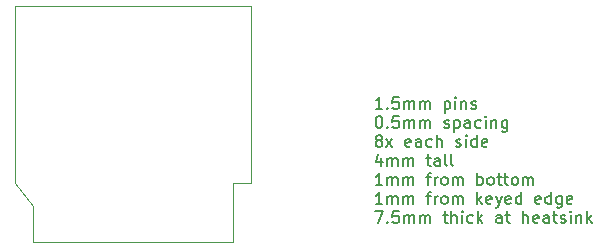
<source format=gbr>
%TF.GenerationSoftware,KiCad,Pcbnew,8.0.2-1*%
%TF.CreationDate,2024-05-31T22:32:28-04:00*%
%TF.ProjectId,ez-servo,657a2d73-6572-4766-9f2e-6b696361645f,v0.0.0*%
%TF.SameCoordinates,Original*%
%TF.FileFunction,Profile,NP*%
%FSLAX46Y46*%
G04 Gerber Fmt 4.6, Leading zero omitted, Abs format (unit mm)*
G04 Created by KiCad (PCBNEW 8.0.2-1) date 2024-05-31 22:32:28*
%MOMM*%
%LPD*%
G01*
G04 APERTURE LIST*
%TA.AperFunction,Profile*%
%ADD10C,0.050000*%
%TD*%
%ADD11C,0.150000*%
G04 APERTURE END LIST*
D10*
X45000000Y-25000000D02*
X45000000Y-40000000D01*
X43515000Y-45000000D02*
X26515000Y-45000000D01*
X25000000Y-40000000D02*
X26515000Y-42000000D01*
X43515000Y-40000000D02*
X45000000Y-40000000D01*
X25000000Y-40000000D02*
X25000000Y-25000000D01*
X25000000Y-25000000D02*
X45000000Y-25000000D01*
X26515000Y-42000000D02*
X26515000Y-45000000D01*
X43515000Y-40000000D02*
X43515000Y-45000000D01*
D11*
X56120588Y-33750155D02*
X55549160Y-33750155D01*
X55834874Y-33750155D02*
X55834874Y-32750155D01*
X55834874Y-32750155D02*
X55739636Y-32893012D01*
X55739636Y-32893012D02*
X55644398Y-32988250D01*
X55644398Y-32988250D02*
X55549160Y-33035869D01*
X56549160Y-33654916D02*
X56596779Y-33702536D01*
X56596779Y-33702536D02*
X56549160Y-33750155D01*
X56549160Y-33750155D02*
X56501541Y-33702536D01*
X56501541Y-33702536D02*
X56549160Y-33654916D01*
X56549160Y-33654916D02*
X56549160Y-33750155D01*
X57501540Y-32750155D02*
X57025350Y-32750155D01*
X57025350Y-32750155D02*
X56977731Y-33226345D01*
X56977731Y-33226345D02*
X57025350Y-33178726D01*
X57025350Y-33178726D02*
X57120588Y-33131107D01*
X57120588Y-33131107D02*
X57358683Y-33131107D01*
X57358683Y-33131107D02*
X57453921Y-33178726D01*
X57453921Y-33178726D02*
X57501540Y-33226345D01*
X57501540Y-33226345D02*
X57549159Y-33321583D01*
X57549159Y-33321583D02*
X57549159Y-33559678D01*
X57549159Y-33559678D02*
X57501540Y-33654916D01*
X57501540Y-33654916D02*
X57453921Y-33702536D01*
X57453921Y-33702536D02*
X57358683Y-33750155D01*
X57358683Y-33750155D02*
X57120588Y-33750155D01*
X57120588Y-33750155D02*
X57025350Y-33702536D01*
X57025350Y-33702536D02*
X56977731Y-33654916D01*
X57977731Y-33750155D02*
X57977731Y-33083488D01*
X57977731Y-33178726D02*
X58025350Y-33131107D01*
X58025350Y-33131107D02*
X58120588Y-33083488D01*
X58120588Y-33083488D02*
X58263445Y-33083488D01*
X58263445Y-33083488D02*
X58358683Y-33131107D01*
X58358683Y-33131107D02*
X58406302Y-33226345D01*
X58406302Y-33226345D02*
X58406302Y-33750155D01*
X58406302Y-33226345D02*
X58453921Y-33131107D01*
X58453921Y-33131107D02*
X58549159Y-33083488D01*
X58549159Y-33083488D02*
X58692016Y-33083488D01*
X58692016Y-33083488D02*
X58787255Y-33131107D01*
X58787255Y-33131107D02*
X58834874Y-33226345D01*
X58834874Y-33226345D02*
X58834874Y-33750155D01*
X59311064Y-33750155D02*
X59311064Y-33083488D01*
X59311064Y-33178726D02*
X59358683Y-33131107D01*
X59358683Y-33131107D02*
X59453921Y-33083488D01*
X59453921Y-33083488D02*
X59596778Y-33083488D01*
X59596778Y-33083488D02*
X59692016Y-33131107D01*
X59692016Y-33131107D02*
X59739635Y-33226345D01*
X59739635Y-33226345D02*
X59739635Y-33750155D01*
X59739635Y-33226345D02*
X59787254Y-33131107D01*
X59787254Y-33131107D02*
X59882492Y-33083488D01*
X59882492Y-33083488D02*
X60025349Y-33083488D01*
X60025349Y-33083488D02*
X60120588Y-33131107D01*
X60120588Y-33131107D02*
X60168207Y-33226345D01*
X60168207Y-33226345D02*
X60168207Y-33750155D01*
X61406302Y-33083488D02*
X61406302Y-34083488D01*
X61406302Y-33131107D02*
X61501540Y-33083488D01*
X61501540Y-33083488D02*
X61692016Y-33083488D01*
X61692016Y-33083488D02*
X61787254Y-33131107D01*
X61787254Y-33131107D02*
X61834873Y-33178726D01*
X61834873Y-33178726D02*
X61882492Y-33273964D01*
X61882492Y-33273964D02*
X61882492Y-33559678D01*
X61882492Y-33559678D02*
X61834873Y-33654916D01*
X61834873Y-33654916D02*
X61787254Y-33702536D01*
X61787254Y-33702536D02*
X61692016Y-33750155D01*
X61692016Y-33750155D02*
X61501540Y-33750155D01*
X61501540Y-33750155D02*
X61406302Y-33702536D01*
X62311064Y-33750155D02*
X62311064Y-33083488D01*
X62311064Y-32750155D02*
X62263445Y-32797774D01*
X62263445Y-32797774D02*
X62311064Y-32845393D01*
X62311064Y-32845393D02*
X62358683Y-32797774D01*
X62358683Y-32797774D02*
X62311064Y-32750155D01*
X62311064Y-32750155D02*
X62311064Y-32845393D01*
X62787254Y-33083488D02*
X62787254Y-33750155D01*
X62787254Y-33178726D02*
X62834873Y-33131107D01*
X62834873Y-33131107D02*
X62930111Y-33083488D01*
X62930111Y-33083488D02*
X63072968Y-33083488D01*
X63072968Y-33083488D02*
X63168206Y-33131107D01*
X63168206Y-33131107D02*
X63215825Y-33226345D01*
X63215825Y-33226345D02*
X63215825Y-33750155D01*
X63644397Y-33702536D02*
X63739635Y-33750155D01*
X63739635Y-33750155D02*
X63930111Y-33750155D01*
X63930111Y-33750155D02*
X64025349Y-33702536D01*
X64025349Y-33702536D02*
X64072968Y-33607297D01*
X64072968Y-33607297D02*
X64072968Y-33559678D01*
X64072968Y-33559678D02*
X64025349Y-33464440D01*
X64025349Y-33464440D02*
X63930111Y-33416821D01*
X63930111Y-33416821D02*
X63787254Y-33416821D01*
X63787254Y-33416821D02*
X63692016Y-33369202D01*
X63692016Y-33369202D02*
X63644397Y-33273964D01*
X63644397Y-33273964D02*
X63644397Y-33226345D01*
X63644397Y-33226345D02*
X63692016Y-33131107D01*
X63692016Y-33131107D02*
X63787254Y-33083488D01*
X63787254Y-33083488D02*
X63930111Y-33083488D01*
X63930111Y-33083488D02*
X64025349Y-33131107D01*
X55787255Y-34360099D02*
X55882493Y-34360099D01*
X55882493Y-34360099D02*
X55977731Y-34407718D01*
X55977731Y-34407718D02*
X56025350Y-34455337D01*
X56025350Y-34455337D02*
X56072969Y-34550575D01*
X56072969Y-34550575D02*
X56120588Y-34741051D01*
X56120588Y-34741051D02*
X56120588Y-34979146D01*
X56120588Y-34979146D02*
X56072969Y-35169622D01*
X56072969Y-35169622D02*
X56025350Y-35264860D01*
X56025350Y-35264860D02*
X55977731Y-35312480D01*
X55977731Y-35312480D02*
X55882493Y-35360099D01*
X55882493Y-35360099D02*
X55787255Y-35360099D01*
X55787255Y-35360099D02*
X55692017Y-35312480D01*
X55692017Y-35312480D02*
X55644398Y-35264860D01*
X55644398Y-35264860D02*
X55596779Y-35169622D01*
X55596779Y-35169622D02*
X55549160Y-34979146D01*
X55549160Y-34979146D02*
X55549160Y-34741051D01*
X55549160Y-34741051D02*
X55596779Y-34550575D01*
X55596779Y-34550575D02*
X55644398Y-34455337D01*
X55644398Y-34455337D02*
X55692017Y-34407718D01*
X55692017Y-34407718D02*
X55787255Y-34360099D01*
X56549160Y-35264860D02*
X56596779Y-35312480D01*
X56596779Y-35312480D02*
X56549160Y-35360099D01*
X56549160Y-35360099D02*
X56501541Y-35312480D01*
X56501541Y-35312480D02*
X56549160Y-35264860D01*
X56549160Y-35264860D02*
X56549160Y-35360099D01*
X57501540Y-34360099D02*
X57025350Y-34360099D01*
X57025350Y-34360099D02*
X56977731Y-34836289D01*
X56977731Y-34836289D02*
X57025350Y-34788670D01*
X57025350Y-34788670D02*
X57120588Y-34741051D01*
X57120588Y-34741051D02*
X57358683Y-34741051D01*
X57358683Y-34741051D02*
X57453921Y-34788670D01*
X57453921Y-34788670D02*
X57501540Y-34836289D01*
X57501540Y-34836289D02*
X57549159Y-34931527D01*
X57549159Y-34931527D02*
X57549159Y-35169622D01*
X57549159Y-35169622D02*
X57501540Y-35264860D01*
X57501540Y-35264860D02*
X57453921Y-35312480D01*
X57453921Y-35312480D02*
X57358683Y-35360099D01*
X57358683Y-35360099D02*
X57120588Y-35360099D01*
X57120588Y-35360099D02*
X57025350Y-35312480D01*
X57025350Y-35312480D02*
X56977731Y-35264860D01*
X57977731Y-35360099D02*
X57977731Y-34693432D01*
X57977731Y-34788670D02*
X58025350Y-34741051D01*
X58025350Y-34741051D02*
X58120588Y-34693432D01*
X58120588Y-34693432D02*
X58263445Y-34693432D01*
X58263445Y-34693432D02*
X58358683Y-34741051D01*
X58358683Y-34741051D02*
X58406302Y-34836289D01*
X58406302Y-34836289D02*
X58406302Y-35360099D01*
X58406302Y-34836289D02*
X58453921Y-34741051D01*
X58453921Y-34741051D02*
X58549159Y-34693432D01*
X58549159Y-34693432D02*
X58692016Y-34693432D01*
X58692016Y-34693432D02*
X58787255Y-34741051D01*
X58787255Y-34741051D02*
X58834874Y-34836289D01*
X58834874Y-34836289D02*
X58834874Y-35360099D01*
X59311064Y-35360099D02*
X59311064Y-34693432D01*
X59311064Y-34788670D02*
X59358683Y-34741051D01*
X59358683Y-34741051D02*
X59453921Y-34693432D01*
X59453921Y-34693432D02*
X59596778Y-34693432D01*
X59596778Y-34693432D02*
X59692016Y-34741051D01*
X59692016Y-34741051D02*
X59739635Y-34836289D01*
X59739635Y-34836289D02*
X59739635Y-35360099D01*
X59739635Y-34836289D02*
X59787254Y-34741051D01*
X59787254Y-34741051D02*
X59882492Y-34693432D01*
X59882492Y-34693432D02*
X60025349Y-34693432D01*
X60025349Y-34693432D02*
X60120588Y-34741051D01*
X60120588Y-34741051D02*
X60168207Y-34836289D01*
X60168207Y-34836289D02*
X60168207Y-35360099D01*
X61358683Y-35312480D02*
X61453921Y-35360099D01*
X61453921Y-35360099D02*
X61644397Y-35360099D01*
X61644397Y-35360099D02*
X61739635Y-35312480D01*
X61739635Y-35312480D02*
X61787254Y-35217241D01*
X61787254Y-35217241D02*
X61787254Y-35169622D01*
X61787254Y-35169622D02*
X61739635Y-35074384D01*
X61739635Y-35074384D02*
X61644397Y-35026765D01*
X61644397Y-35026765D02*
X61501540Y-35026765D01*
X61501540Y-35026765D02*
X61406302Y-34979146D01*
X61406302Y-34979146D02*
X61358683Y-34883908D01*
X61358683Y-34883908D02*
X61358683Y-34836289D01*
X61358683Y-34836289D02*
X61406302Y-34741051D01*
X61406302Y-34741051D02*
X61501540Y-34693432D01*
X61501540Y-34693432D02*
X61644397Y-34693432D01*
X61644397Y-34693432D02*
X61739635Y-34741051D01*
X62215826Y-34693432D02*
X62215826Y-35693432D01*
X62215826Y-34741051D02*
X62311064Y-34693432D01*
X62311064Y-34693432D02*
X62501540Y-34693432D01*
X62501540Y-34693432D02*
X62596778Y-34741051D01*
X62596778Y-34741051D02*
X62644397Y-34788670D01*
X62644397Y-34788670D02*
X62692016Y-34883908D01*
X62692016Y-34883908D02*
X62692016Y-35169622D01*
X62692016Y-35169622D02*
X62644397Y-35264860D01*
X62644397Y-35264860D02*
X62596778Y-35312480D01*
X62596778Y-35312480D02*
X62501540Y-35360099D01*
X62501540Y-35360099D02*
X62311064Y-35360099D01*
X62311064Y-35360099D02*
X62215826Y-35312480D01*
X63549159Y-35360099D02*
X63549159Y-34836289D01*
X63549159Y-34836289D02*
X63501540Y-34741051D01*
X63501540Y-34741051D02*
X63406302Y-34693432D01*
X63406302Y-34693432D02*
X63215826Y-34693432D01*
X63215826Y-34693432D02*
X63120588Y-34741051D01*
X63549159Y-35312480D02*
X63453921Y-35360099D01*
X63453921Y-35360099D02*
X63215826Y-35360099D01*
X63215826Y-35360099D02*
X63120588Y-35312480D01*
X63120588Y-35312480D02*
X63072969Y-35217241D01*
X63072969Y-35217241D02*
X63072969Y-35122003D01*
X63072969Y-35122003D02*
X63120588Y-35026765D01*
X63120588Y-35026765D02*
X63215826Y-34979146D01*
X63215826Y-34979146D02*
X63453921Y-34979146D01*
X63453921Y-34979146D02*
X63549159Y-34931527D01*
X64453921Y-35312480D02*
X64358683Y-35360099D01*
X64358683Y-35360099D02*
X64168207Y-35360099D01*
X64168207Y-35360099D02*
X64072969Y-35312480D01*
X64072969Y-35312480D02*
X64025350Y-35264860D01*
X64025350Y-35264860D02*
X63977731Y-35169622D01*
X63977731Y-35169622D02*
X63977731Y-34883908D01*
X63977731Y-34883908D02*
X64025350Y-34788670D01*
X64025350Y-34788670D02*
X64072969Y-34741051D01*
X64072969Y-34741051D02*
X64168207Y-34693432D01*
X64168207Y-34693432D02*
X64358683Y-34693432D01*
X64358683Y-34693432D02*
X64453921Y-34741051D01*
X64882493Y-35360099D02*
X64882493Y-34693432D01*
X64882493Y-34360099D02*
X64834874Y-34407718D01*
X64834874Y-34407718D02*
X64882493Y-34455337D01*
X64882493Y-34455337D02*
X64930112Y-34407718D01*
X64930112Y-34407718D02*
X64882493Y-34360099D01*
X64882493Y-34360099D02*
X64882493Y-34455337D01*
X65358683Y-34693432D02*
X65358683Y-35360099D01*
X65358683Y-34788670D02*
X65406302Y-34741051D01*
X65406302Y-34741051D02*
X65501540Y-34693432D01*
X65501540Y-34693432D02*
X65644397Y-34693432D01*
X65644397Y-34693432D02*
X65739635Y-34741051D01*
X65739635Y-34741051D02*
X65787254Y-34836289D01*
X65787254Y-34836289D02*
X65787254Y-35360099D01*
X66692016Y-34693432D02*
X66692016Y-35502956D01*
X66692016Y-35502956D02*
X66644397Y-35598194D01*
X66644397Y-35598194D02*
X66596778Y-35645813D01*
X66596778Y-35645813D02*
X66501540Y-35693432D01*
X66501540Y-35693432D02*
X66358683Y-35693432D01*
X66358683Y-35693432D02*
X66263445Y-35645813D01*
X66692016Y-35312480D02*
X66596778Y-35360099D01*
X66596778Y-35360099D02*
X66406302Y-35360099D01*
X66406302Y-35360099D02*
X66311064Y-35312480D01*
X66311064Y-35312480D02*
X66263445Y-35264860D01*
X66263445Y-35264860D02*
X66215826Y-35169622D01*
X66215826Y-35169622D02*
X66215826Y-34883908D01*
X66215826Y-34883908D02*
X66263445Y-34788670D01*
X66263445Y-34788670D02*
X66311064Y-34741051D01*
X66311064Y-34741051D02*
X66406302Y-34693432D01*
X66406302Y-34693432D02*
X66596778Y-34693432D01*
X66596778Y-34693432D02*
X66692016Y-34741051D01*
X55739636Y-36398614D02*
X55644398Y-36350995D01*
X55644398Y-36350995D02*
X55596779Y-36303376D01*
X55596779Y-36303376D02*
X55549160Y-36208138D01*
X55549160Y-36208138D02*
X55549160Y-36160519D01*
X55549160Y-36160519D02*
X55596779Y-36065281D01*
X55596779Y-36065281D02*
X55644398Y-36017662D01*
X55644398Y-36017662D02*
X55739636Y-35970043D01*
X55739636Y-35970043D02*
X55930112Y-35970043D01*
X55930112Y-35970043D02*
X56025350Y-36017662D01*
X56025350Y-36017662D02*
X56072969Y-36065281D01*
X56072969Y-36065281D02*
X56120588Y-36160519D01*
X56120588Y-36160519D02*
X56120588Y-36208138D01*
X56120588Y-36208138D02*
X56072969Y-36303376D01*
X56072969Y-36303376D02*
X56025350Y-36350995D01*
X56025350Y-36350995D02*
X55930112Y-36398614D01*
X55930112Y-36398614D02*
X55739636Y-36398614D01*
X55739636Y-36398614D02*
X55644398Y-36446233D01*
X55644398Y-36446233D02*
X55596779Y-36493852D01*
X55596779Y-36493852D02*
X55549160Y-36589090D01*
X55549160Y-36589090D02*
X55549160Y-36779566D01*
X55549160Y-36779566D02*
X55596779Y-36874804D01*
X55596779Y-36874804D02*
X55644398Y-36922424D01*
X55644398Y-36922424D02*
X55739636Y-36970043D01*
X55739636Y-36970043D02*
X55930112Y-36970043D01*
X55930112Y-36970043D02*
X56025350Y-36922424D01*
X56025350Y-36922424D02*
X56072969Y-36874804D01*
X56072969Y-36874804D02*
X56120588Y-36779566D01*
X56120588Y-36779566D02*
X56120588Y-36589090D01*
X56120588Y-36589090D02*
X56072969Y-36493852D01*
X56072969Y-36493852D02*
X56025350Y-36446233D01*
X56025350Y-36446233D02*
X55930112Y-36398614D01*
X56453922Y-36970043D02*
X56977731Y-36303376D01*
X56453922Y-36303376D02*
X56977731Y-36970043D01*
X58501541Y-36922424D02*
X58406303Y-36970043D01*
X58406303Y-36970043D02*
X58215827Y-36970043D01*
X58215827Y-36970043D02*
X58120589Y-36922424D01*
X58120589Y-36922424D02*
X58072970Y-36827185D01*
X58072970Y-36827185D02*
X58072970Y-36446233D01*
X58072970Y-36446233D02*
X58120589Y-36350995D01*
X58120589Y-36350995D02*
X58215827Y-36303376D01*
X58215827Y-36303376D02*
X58406303Y-36303376D01*
X58406303Y-36303376D02*
X58501541Y-36350995D01*
X58501541Y-36350995D02*
X58549160Y-36446233D01*
X58549160Y-36446233D02*
X58549160Y-36541471D01*
X58549160Y-36541471D02*
X58072970Y-36636709D01*
X59406303Y-36970043D02*
X59406303Y-36446233D01*
X59406303Y-36446233D02*
X59358684Y-36350995D01*
X59358684Y-36350995D02*
X59263446Y-36303376D01*
X59263446Y-36303376D02*
X59072970Y-36303376D01*
X59072970Y-36303376D02*
X58977732Y-36350995D01*
X59406303Y-36922424D02*
X59311065Y-36970043D01*
X59311065Y-36970043D02*
X59072970Y-36970043D01*
X59072970Y-36970043D02*
X58977732Y-36922424D01*
X58977732Y-36922424D02*
X58930113Y-36827185D01*
X58930113Y-36827185D02*
X58930113Y-36731947D01*
X58930113Y-36731947D02*
X58977732Y-36636709D01*
X58977732Y-36636709D02*
X59072970Y-36589090D01*
X59072970Y-36589090D02*
X59311065Y-36589090D01*
X59311065Y-36589090D02*
X59406303Y-36541471D01*
X60311065Y-36922424D02*
X60215827Y-36970043D01*
X60215827Y-36970043D02*
X60025351Y-36970043D01*
X60025351Y-36970043D02*
X59930113Y-36922424D01*
X59930113Y-36922424D02*
X59882494Y-36874804D01*
X59882494Y-36874804D02*
X59834875Y-36779566D01*
X59834875Y-36779566D02*
X59834875Y-36493852D01*
X59834875Y-36493852D02*
X59882494Y-36398614D01*
X59882494Y-36398614D02*
X59930113Y-36350995D01*
X59930113Y-36350995D02*
X60025351Y-36303376D01*
X60025351Y-36303376D02*
X60215827Y-36303376D01*
X60215827Y-36303376D02*
X60311065Y-36350995D01*
X60739637Y-36970043D02*
X60739637Y-35970043D01*
X61168208Y-36970043D02*
X61168208Y-36446233D01*
X61168208Y-36446233D02*
X61120589Y-36350995D01*
X61120589Y-36350995D02*
X61025351Y-36303376D01*
X61025351Y-36303376D02*
X60882494Y-36303376D01*
X60882494Y-36303376D02*
X60787256Y-36350995D01*
X60787256Y-36350995D02*
X60739637Y-36398614D01*
X62358685Y-36922424D02*
X62453923Y-36970043D01*
X62453923Y-36970043D02*
X62644399Y-36970043D01*
X62644399Y-36970043D02*
X62739637Y-36922424D01*
X62739637Y-36922424D02*
X62787256Y-36827185D01*
X62787256Y-36827185D02*
X62787256Y-36779566D01*
X62787256Y-36779566D02*
X62739637Y-36684328D01*
X62739637Y-36684328D02*
X62644399Y-36636709D01*
X62644399Y-36636709D02*
X62501542Y-36636709D01*
X62501542Y-36636709D02*
X62406304Y-36589090D01*
X62406304Y-36589090D02*
X62358685Y-36493852D01*
X62358685Y-36493852D02*
X62358685Y-36446233D01*
X62358685Y-36446233D02*
X62406304Y-36350995D01*
X62406304Y-36350995D02*
X62501542Y-36303376D01*
X62501542Y-36303376D02*
X62644399Y-36303376D01*
X62644399Y-36303376D02*
X62739637Y-36350995D01*
X63215828Y-36970043D02*
X63215828Y-36303376D01*
X63215828Y-35970043D02*
X63168209Y-36017662D01*
X63168209Y-36017662D02*
X63215828Y-36065281D01*
X63215828Y-36065281D02*
X63263447Y-36017662D01*
X63263447Y-36017662D02*
X63215828Y-35970043D01*
X63215828Y-35970043D02*
X63215828Y-36065281D01*
X64120589Y-36970043D02*
X64120589Y-35970043D01*
X64120589Y-36922424D02*
X64025351Y-36970043D01*
X64025351Y-36970043D02*
X63834875Y-36970043D01*
X63834875Y-36970043D02*
X63739637Y-36922424D01*
X63739637Y-36922424D02*
X63692018Y-36874804D01*
X63692018Y-36874804D02*
X63644399Y-36779566D01*
X63644399Y-36779566D02*
X63644399Y-36493852D01*
X63644399Y-36493852D02*
X63692018Y-36398614D01*
X63692018Y-36398614D02*
X63739637Y-36350995D01*
X63739637Y-36350995D02*
X63834875Y-36303376D01*
X63834875Y-36303376D02*
X64025351Y-36303376D01*
X64025351Y-36303376D02*
X64120589Y-36350995D01*
X64977732Y-36922424D02*
X64882494Y-36970043D01*
X64882494Y-36970043D02*
X64692018Y-36970043D01*
X64692018Y-36970043D02*
X64596780Y-36922424D01*
X64596780Y-36922424D02*
X64549161Y-36827185D01*
X64549161Y-36827185D02*
X64549161Y-36446233D01*
X64549161Y-36446233D02*
X64596780Y-36350995D01*
X64596780Y-36350995D02*
X64692018Y-36303376D01*
X64692018Y-36303376D02*
X64882494Y-36303376D01*
X64882494Y-36303376D02*
X64977732Y-36350995D01*
X64977732Y-36350995D02*
X65025351Y-36446233D01*
X65025351Y-36446233D02*
X65025351Y-36541471D01*
X65025351Y-36541471D02*
X64549161Y-36636709D01*
X56025350Y-37913320D02*
X56025350Y-38579987D01*
X55787255Y-37532368D02*
X55549160Y-38246653D01*
X55549160Y-38246653D02*
X56168207Y-38246653D01*
X56549160Y-38579987D02*
X56549160Y-37913320D01*
X56549160Y-38008558D02*
X56596779Y-37960939D01*
X56596779Y-37960939D02*
X56692017Y-37913320D01*
X56692017Y-37913320D02*
X56834874Y-37913320D01*
X56834874Y-37913320D02*
X56930112Y-37960939D01*
X56930112Y-37960939D02*
X56977731Y-38056177D01*
X56977731Y-38056177D02*
X56977731Y-38579987D01*
X56977731Y-38056177D02*
X57025350Y-37960939D01*
X57025350Y-37960939D02*
X57120588Y-37913320D01*
X57120588Y-37913320D02*
X57263445Y-37913320D01*
X57263445Y-37913320D02*
X57358684Y-37960939D01*
X57358684Y-37960939D02*
X57406303Y-38056177D01*
X57406303Y-38056177D02*
X57406303Y-38579987D01*
X57882493Y-38579987D02*
X57882493Y-37913320D01*
X57882493Y-38008558D02*
X57930112Y-37960939D01*
X57930112Y-37960939D02*
X58025350Y-37913320D01*
X58025350Y-37913320D02*
X58168207Y-37913320D01*
X58168207Y-37913320D02*
X58263445Y-37960939D01*
X58263445Y-37960939D02*
X58311064Y-38056177D01*
X58311064Y-38056177D02*
X58311064Y-38579987D01*
X58311064Y-38056177D02*
X58358683Y-37960939D01*
X58358683Y-37960939D02*
X58453921Y-37913320D01*
X58453921Y-37913320D02*
X58596778Y-37913320D01*
X58596778Y-37913320D02*
X58692017Y-37960939D01*
X58692017Y-37960939D02*
X58739636Y-38056177D01*
X58739636Y-38056177D02*
X58739636Y-38579987D01*
X59834874Y-37913320D02*
X60215826Y-37913320D01*
X59977731Y-37579987D02*
X59977731Y-38437129D01*
X59977731Y-38437129D02*
X60025350Y-38532368D01*
X60025350Y-38532368D02*
X60120588Y-38579987D01*
X60120588Y-38579987D02*
X60215826Y-38579987D01*
X60977731Y-38579987D02*
X60977731Y-38056177D01*
X60977731Y-38056177D02*
X60930112Y-37960939D01*
X60930112Y-37960939D02*
X60834874Y-37913320D01*
X60834874Y-37913320D02*
X60644398Y-37913320D01*
X60644398Y-37913320D02*
X60549160Y-37960939D01*
X60977731Y-38532368D02*
X60882493Y-38579987D01*
X60882493Y-38579987D02*
X60644398Y-38579987D01*
X60644398Y-38579987D02*
X60549160Y-38532368D01*
X60549160Y-38532368D02*
X60501541Y-38437129D01*
X60501541Y-38437129D02*
X60501541Y-38341891D01*
X60501541Y-38341891D02*
X60549160Y-38246653D01*
X60549160Y-38246653D02*
X60644398Y-38199034D01*
X60644398Y-38199034D02*
X60882493Y-38199034D01*
X60882493Y-38199034D02*
X60977731Y-38151415D01*
X61596779Y-38579987D02*
X61501541Y-38532368D01*
X61501541Y-38532368D02*
X61453922Y-38437129D01*
X61453922Y-38437129D02*
X61453922Y-37579987D01*
X62120589Y-38579987D02*
X62025351Y-38532368D01*
X62025351Y-38532368D02*
X61977732Y-38437129D01*
X61977732Y-38437129D02*
X61977732Y-37579987D01*
X56120588Y-40189931D02*
X55549160Y-40189931D01*
X55834874Y-40189931D02*
X55834874Y-39189931D01*
X55834874Y-39189931D02*
X55739636Y-39332788D01*
X55739636Y-39332788D02*
X55644398Y-39428026D01*
X55644398Y-39428026D02*
X55549160Y-39475645D01*
X56549160Y-40189931D02*
X56549160Y-39523264D01*
X56549160Y-39618502D02*
X56596779Y-39570883D01*
X56596779Y-39570883D02*
X56692017Y-39523264D01*
X56692017Y-39523264D02*
X56834874Y-39523264D01*
X56834874Y-39523264D02*
X56930112Y-39570883D01*
X56930112Y-39570883D02*
X56977731Y-39666121D01*
X56977731Y-39666121D02*
X56977731Y-40189931D01*
X56977731Y-39666121D02*
X57025350Y-39570883D01*
X57025350Y-39570883D02*
X57120588Y-39523264D01*
X57120588Y-39523264D02*
X57263445Y-39523264D01*
X57263445Y-39523264D02*
X57358684Y-39570883D01*
X57358684Y-39570883D02*
X57406303Y-39666121D01*
X57406303Y-39666121D02*
X57406303Y-40189931D01*
X57882493Y-40189931D02*
X57882493Y-39523264D01*
X57882493Y-39618502D02*
X57930112Y-39570883D01*
X57930112Y-39570883D02*
X58025350Y-39523264D01*
X58025350Y-39523264D02*
X58168207Y-39523264D01*
X58168207Y-39523264D02*
X58263445Y-39570883D01*
X58263445Y-39570883D02*
X58311064Y-39666121D01*
X58311064Y-39666121D02*
X58311064Y-40189931D01*
X58311064Y-39666121D02*
X58358683Y-39570883D01*
X58358683Y-39570883D02*
X58453921Y-39523264D01*
X58453921Y-39523264D02*
X58596778Y-39523264D01*
X58596778Y-39523264D02*
X58692017Y-39570883D01*
X58692017Y-39570883D02*
X58739636Y-39666121D01*
X58739636Y-39666121D02*
X58739636Y-40189931D01*
X59834874Y-39523264D02*
X60215826Y-39523264D01*
X59977731Y-40189931D02*
X59977731Y-39332788D01*
X59977731Y-39332788D02*
X60025350Y-39237550D01*
X60025350Y-39237550D02*
X60120588Y-39189931D01*
X60120588Y-39189931D02*
X60215826Y-39189931D01*
X60549160Y-40189931D02*
X60549160Y-39523264D01*
X60549160Y-39713740D02*
X60596779Y-39618502D01*
X60596779Y-39618502D02*
X60644398Y-39570883D01*
X60644398Y-39570883D02*
X60739636Y-39523264D01*
X60739636Y-39523264D02*
X60834874Y-39523264D01*
X61311065Y-40189931D02*
X61215827Y-40142312D01*
X61215827Y-40142312D02*
X61168208Y-40094692D01*
X61168208Y-40094692D02*
X61120589Y-39999454D01*
X61120589Y-39999454D02*
X61120589Y-39713740D01*
X61120589Y-39713740D02*
X61168208Y-39618502D01*
X61168208Y-39618502D02*
X61215827Y-39570883D01*
X61215827Y-39570883D02*
X61311065Y-39523264D01*
X61311065Y-39523264D02*
X61453922Y-39523264D01*
X61453922Y-39523264D02*
X61549160Y-39570883D01*
X61549160Y-39570883D02*
X61596779Y-39618502D01*
X61596779Y-39618502D02*
X61644398Y-39713740D01*
X61644398Y-39713740D02*
X61644398Y-39999454D01*
X61644398Y-39999454D02*
X61596779Y-40094692D01*
X61596779Y-40094692D02*
X61549160Y-40142312D01*
X61549160Y-40142312D02*
X61453922Y-40189931D01*
X61453922Y-40189931D02*
X61311065Y-40189931D01*
X62072970Y-40189931D02*
X62072970Y-39523264D01*
X62072970Y-39618502D02*
X62120589Y-39570883D01*
X62120589Y-39570883D02*
X62215827Y-39523264D01*
X62215827Y-39523264D02*
X62358684Y-39523264D01*
X62358684Y-39523264D02*
X62453922Y-39570883D01*
X62453922Y-39570883D02*
X62501541Y-39666121D01*
X62501541Y-39666121D02*
X62501541Y-40189931D01*
X62501541Y-39666121D02*
X62549160Y-39570883D01*
X62549160Y-39570883D02*
X62644398Y-39523264D01*
X62644398Y-39523264D02*
X62787255Y-39523264D01*
X62787255Y-39523264D02*
X62882494Y-39570883D01*
X62882494Y-39570883D02*
X62930113Y-39666121D01*
X62930113Y-39666121D02*
X62930113Y-40189931D01*
X64168208Y-40189931D02*
X64168208Y-39189931D01*
X64168208Y-39570883D02*
X64263446Y-39523264D01*
X64263446Y-39523264D02*
X64453922Y-39523264D01*
X64453922Y-39523264D02*
X64549160Y-39570883D01*
X64549160Y-39570883D02*
X64596779Y-39618502D01*
X64596779Y-39618502D02*
X64644398Y-39713740D01*
X64644398Y-39713740D02*
X64644398Y-39999454D01*
X64644398Y-39999454D02*
X64596779Y-40094692D01*
X64596779Y-40094692D02*
X64549160Y-40142312D01*
X64549160Y-40142312D02*
X64453922Y-40189931D01*
X64453922Y-40189931D02*
X64263446Y-40189931D01*
X64263446Y-40189931D02*
X64168208Y-40142312D01*
X65215827Y-40189931D02*
X65120589Y-40142312D01*
X65120589Y-40142312D02*
X65072970Y-40094692D01*
X65072970Y-40094692D02*
X65025351Y-39999454D01*
X65025351Y-39999454D02*
X65025351Y-39713740D01*
X65025351Y-39713740D02*
X65072970Y-39618502D01*
X65072970Y-39618502D02*
X65120589Y-39570883D01*
X65120589Y-39570883D02*
X65215827Y-39523264D01*
X65215827Y-39523264D02*
X65358684Y-39523264D01*
X65358684Y-39523264D02*
X65453922Y-39570883D01*
X65453922Y-39570883D02*
X65501541Y-39618502D01*
X65501541Y-39618502D02*
X65549160Y-39713740D01*
X65549160Y-39713740D02*
X65549160Y-39999454D01*
X65549160Y-39999454D02*
X65501541Y-40094692D01*
X65501541Y-40094692D02*
X65453922Y-40142312D01*
X65453922Y-40142312D02*
X65358684Y-40189931D01*
X65358684Y-40189931D02*
X65215827Y-40189931D01*
X65834875Y-39523264D02*
X66215827Y-39523264D01*
X65977732Y-39189931D02*
X65977732Y-40047073D01*
X65977732Y-40047073D02*
X66025351Y-40142312D01*
X66025351Y-40142312D02*
X66120589Y-40189931D01*
X66120589Y-40189931D02*
X66215827Y-40189931D01*
X66406304Y-39523264D02*
X66787256Y-39523264D01*
X66549161Y-39189931D02*
X66549161Y-40047073D01*
X66549161Y-40047073D02*
X66596780Y-40142312D01*
X66596780Y-40142312D02*
X66692018Y-40189931D01*
X66692018Y-40189931D02*
X66787256Y-40189931D01*
X67263447Y-40189931D02*
X67168209Y-40142312D01*
X67168209Y-40142312D02*
X67120590Y-40094692D01*
X67120590Y-40094692D02*
X67072971Y-39999454D01*
X67072971Y-39999454D02*
X67072971Y-39713740D01*
X67072971Y-39713740D02*
X67120590Y-39618502D01*
X67120590Y-39618502D02*
X67168209Y-39570883D01*
X67168209Y-39570883D02*
X67263447Y-39523264D01*
X67263447Y-39523264D02*
X67406304Y-39523264D01*
X67406304Y-39523264D02*
X67501542Y-39570883D01*
X67501542Y-39570883D02*
X67549161Y-39618502D01*
X67549161Y-39618502D02*
X67596780Y-39713740D01*
X67596780Y-39713740D02*
X67596780Y-39999454D01*
X67596780Y-39999454D02*
X67549161Y-40094692D01*
X67549161Y-40094692D02*
X67501542Y-40142312D01*
X67501542Y-40142312D02*
X67406304Y-40189931D01*
X67406304Y-40189931D02*
X67263447Y-40189931D01*
X68025352Y-40189931D02*
X68025352Y-39523264D01*
X68025352Y-39618502D02*
X68072971Y-39570883D01*
X68072971Y-39570883D02*
X68168209Y-39523264D01*
X68168209Y-39523264D02*
X68311066Y-39523264D01*
X68311066Y-39523264D02*
X68406304Y-39570883D01*
X68406304Y-39570883D02*
X68453923Y-39666121D01*
X68453923Y-39666121D02*
X68453923Y-40189931D01*
X68453923Y-39666121D02*
X68501542Y-39570883D01*
X68501542Y-39570883D02*
X68596780Y-39523264D01*
X68596780Y-39523264D02*
X68739637Y-39523264D01*
X68739637Y-39523264D02*
X68834876Y-39570883D01*
X68834876Y-39570883D02*
X68882495Y-39666121D01*
X68882495Y-39666121D02*
X68882495Y-40189931D01*
X56120588Y-41799875D02*
X55549160Y-41799875D01*
X55834874Y-41799875D02*
X55834874Y-40799875D01*
X55834874Y-40799875D02*
X55739636Y-40942732D01*
X55739636Y-40942732D02*
X55644398Y-41037970D01*
X55644398Y-41037970D02*
X55549160Y-41085589D01*
X56549160Y-41799875D02*
X56549160Y-41133208D01*
X56549160Y-41228446D02*
X56596779Y-41180827D01*
X56596779Y-41180827D02*
X56692017Y-41133208D01*
X56692017Y-41133208D02*
X56834874Y-41133208D01*
X56834874Y-41133208D02*
X56930112Y-41180827D01*
X56930112Y-41180827D02*
X56977731Y-41276065D01*
X56977731Y-41276065D02*
X56977731Y-41799875D01*
X56977731Y-41276065D02*
X57025350Y-41180827D01*
X57025350Y-41180827D02*
X57120588Y-41133208D01*
X57120588Y-41133208D02*
X57263445Y-41133208D01*
X57263445Y-41133208D02*
X57358684Y-41180827D01*
X57358684Y-41180827D02*
X57406303Y-41276065D01*
X57406303Y-41276065D02*
X57406303Y-41799875D01*
X57882493Y-41799875D02*
X57882493Y-41133208D01*
X57882493Y-41228446D02*
X57930112Y-41180827D01*
X57930112Y-41180827D02*
X58025350Y-41133208D01*
X58025350Y-41133208D02*
X58168207Y-41133208D01*
X58168207Y-41133208D02*
X58263445Y-41180827D01*
X58263445Y-41180827D02*
X58311064Y-41276065D01*
X58311064Y-41276065D02*
X58311064Y-41799875D01*
X58311064Y-41276065D02*
X58358683Y-41180827D01*
X58358683Y-41180827D02*
X58453921Y-41133208D01*
X58453921Y-41133208D02*
X58596778Y-41133208D01*
X58596778Y-41133208D02*
X58692017Y-41180827D01*
X58692017Y-41180827D02*
X58739636Y-41276065D01*
X58739636Y-41276065D02*
X58739636Y-41799875D01*
X59834874Y-41133208D02*
X60215826Y-41133208D01*
X59977731Y-41799875D02*
X59977731Y-40942732D01*
X59977731Y-40942732D02*
X60025350Y-40847494D01*
X60025350Y-40847494D02*
X60120588Y-40799875D01*
X60120588Y-40799875D02*
X60215826Y-40799875D01*
X60549160Y-41799875D02*
X60549160Y-41133208D01*
X60549160Y-41323684D02*
X60596779Y-41228446D01*
X60596779Y-41228446D02*
X60644398Y-41180827D01*
X60644398Y-41180827D02*
X60739636Y-41133208D01*
X60739636Y-41133208D02*
X60834874Y-41133208D01*
X61311065Y-41799875D02*
X61215827Y-41752256D01*
X61215827Y-41752256D02*
X61168208Y-41704636D01*
X61168208Y-41704636D02*
X61120589Y-41609398D01*
X61120589Y-41609398D02*
X61120589Y-41323684D01*
X61120589Y-41323684D02*
X61168208Y-41228446D01*
X61168208Y-41228446D02*
X61215827Y-41180827D01*
X61215827Y-41180827D02*
X61311065Y-41133208D01*
X61311065Y-41133208D02*
X61453922Y-41133208D01*
X61453922Y-41133208D02*
X61549160Y-41180827D01*
X61549160Y-41180827D02*
X61596779Y-41228446D01*
X61596779Y-41228446D02*
X61644398Y-41323684D01*
X61644398Y-41323684D02*
X61644398Y-41609398D01*
X61644398Y-41609398D02*
X61596779Y-41704636D01*
X61596779Y-41704636D02*
X61549160Y-41752256D01*
X61549160Y-41752256D02*
X61453922Y-41799875D01*
X61453922Y-41799875D02*
X61311065Y-41799875D01*
X62072970Y-41799875D02*
X62072970Y-41133208D01*
X62072970Y-41228446D02*
X62120589Y-41180827D01*
X62120589Y-41180827D02*
X62215827Y-41133208D01*
X62215827Y-41133208D02*
X62358684Y-41133208D01*
X62358684Y-41133208D02*
X62453922Y-41180827D01*
X62453922Y-41180827D02*
X62501541Y-41276065D01*
X62501541Y-41276065D02*
X62501541Y-41799875D01*
X62501541Y-41276065D02*
X62549160Y-41180827D01*
X62549160Y-41180827D02*
X62644398Y-41133208D01*
X62644398Y-41133208D02*
X62787255Y-41133208D01*
X62787255Y-41133208D02*
X62882494Y-41180827D01*
X62882494Y-41180827D02*
X62930113Y-41276065D01*
X62930113Y-41276065D02*
X62930113Y-41799875D01*
X64168208Y-41799875D02*
X64168208Y-40799875D01*
X64263446Y-41418922D02*
X64549160Y-41799875D01*
X64549160Y-41133208D02*
X64168208Y-41514160D01*
X65358684Y-41752256D02*
X65263446Y-41799875D01*
X65263446Y-41799875D02*
X65072970Y-41799875D01*
X65072970Y-41799875D02*
X64977732Y-41752256D01*
X64977732Y-41752256D02*
X64930113Y-41657017D01*
X64930113Y-41657017D02*
X64930113Y-41276065D01*
X64930113Y-41276065D02*
X64977732Y-41180827D01*
X64977732Y-41180827D02*
X65072970Y-41133208D01*
X65072970Y-41133208D02*
X65263446Y-41133208D01*
X65263446Y-41133208D02*
X65358684Y-41180827D01*
X65358684Y-41180827D02*
X65406303Y-41276065D01*
X65406303Y-41276065D02*
X65406303Y-41371303D01*
X65406303Y-41371303D02*
X64930113Y-41466541D01*
X65739637Y-41133208D02*
X65977732Y-41799875D01*
X66215827Y-41133208D02*
X65977732Y-41799875D01*
X65977732Y-41799875D02*
X65882494Y-42037970D01*
X65882494Y-42037970D02*
X65834875Y-42085589D01*
X65834875Y-42085589D02*
X65739637Y-42133208D01*
X66977732Y-41752256D02*
X66882494Y-41799875D01*
X66882494Y-41799875D02*
X66692018Y-41799875D01*
X66692018Y-41799875D02*
X66596780Y-41752256D01*
X66596780Y-41752256D02*
X66549161Y-41657017D01*
X66549161Y-41657017D02*
X66549161Y-41276065D01*
X66549161Y-41276065D02*
X66596780Y-41180827D01*
X66596780Y-41180827D02*
X66692018Y-41133208D01*
X66692018Y-41133208D02*
X66882494Y-41133208D01*
X66882494Y-41133208D02*
X66977732Y-41180827D01*
X66977732Y-41180827D02*
X67025351Y-41276065D01*
X67025351Y-41276065D02*
X67025351Y-41371303D01*
X67025351Y-41371303D02*
X66549161Y-41466541D01*
X67882494Y-41799875D02*
X67882494Y-40799875D01*
X67882494Y-41752256D02*
X67787256Y-41799875D01*
X67787256Y-41799875D02*
X67596780Y-41799875D01*
X67596780Y-41799875D02*
X67501542Y-41752256D01*
X67501542Y-41752256D02*
X67453923Y-41704636D01*
X67453923Y-41704636D02*
X67406304Y-41609398D01*
X67406304Y-41609398D02*
X67406304Y-41323684D01*
X67406304Y-41323684D02*
X67453923Y-41228446D01*
X67453923Y-41228446D02*
X67501542Y-41180827D01*
X67501542Y-41180827D02*
X67596780Y-41133208D01*
X67596780Y-41133208D02*
X67787256Y-41133208D01*
X67787256Y-41133208D02*
X67882494Y-41180827D01*
X69501542Y-41752256D02*
X69406304Y-41799875D01*
X69406304Y-41799875D02*
X69215828Y-41799875D01*
X69215828Y-41799875D02*
X69120590Y-41752256D01*
X69120590Y-41752256D02*
X69072971Y-41657017D01*
X69072971Y-41657017D02*
X69072971Y-41276065D01*
X69072971Y-41276065D02*
X69120590Y-41180827D01*
X69120590Y-41180827D02*
X69215828Y-41133208D01*
X69215828Y-41133208D02*
X69406304Y-41133208D01*
X69406304Y-41133208D02*
X69501542Y-41180827D01*
X69501542Y-41180827D02*
X69549161Y-41276065D01*
X69549161Y-41276065D02*
X69549161Y-41371303D01*
X69549161Y-41371303D02*
X69072971Y-41466541D01*
X70406304Y-41799875D02*
X70406304Y-40799875D01*
X70406304Y-41752256D02*
X70311066Y-41799875D01*
X70311066Y-41799875D02*
X70120590Y-41799875D01*
X70120590Y-41799875D02*
X70025352Y-41752256D01*
X70025352Y-41752256D02*
X69977733Y-41704636D01*
X69977733Y-41704636D02*
X69930114Y-41609398D01*
X69930114Y-41609398D02*
X69930114Y-41323684D01*
X69930114Y-41323684D02*
X69977733Y-41228446D01*
X69977733Y-41228446D02*
X70025352Y-41180827D01*
X70025352Y-41180827D02*
X70120590Y-41133208D01*
X70120590Y-41133208D02*
X70311066Y-41133208D01*
X70311066Y-41133208D02*
X70406304Y-41180827D01*
X71311066Y-41133208D02*
X71311066Y-41942732D01*
X71311066Y-41942732D02*
X71263447Y-42037970D01*
X71263447Y-42037970D02*
X71215828Y-42085589D01*
X71215828Y-42085589D02*
X71120590Y-42133208D01*
X71120590Y-42133208D02*
X70977733Y-42133208D01*
X70977733Y-42133208D02*
X70882495Y-42085589D01*
X71311066Y-41752256D02*
X71215828Y-41799875D01*
X71215828Y-41799875D02*
X71025352Y-41799875D01*
X71025352Y-41799875D02*
X70930114Y-41752256D01*
X70930114Y-41752256D02*
X70882495Y-41704636D01*
X70882495Y-41704636D02*
X70834876Y-41609398D01*
X70834876Y-41609398D02*
X70834876Y-41323684D01*
X70834876Y-41323684D02*
X70882495Y-41228446D01*
X70882495Y-41228446D02*
X70930114Y-41180827D01*
X70930114Y-41180827D02*
X71025352Y-41133208D01*
X71025352Y-41133208D02*
X71215828Y-41133208D01*
X71215828Y-41133208D02*
X71311066Y-41180827D01*
X72168209Y-41752256D02*
X72072971Y-41799875D01*
X72072971Y-41799875D02*
X71882495Y-41799875D01*
X71882495Y-41799875D02*
X71787257Y-41752256D01*
X71787257Y-41752256D02*
X71739638Y-41657017D01*
X71739638Y-41657017D02*
X71739638Y-41276065D01*
X71739638Y-41276065D02*
X71787257Y-41180827D01*
X71787257Y-41180827D02*
X71882495Y-41133208D01*
X71882495Y-41133208D02*
X72072971Y-41133208D01*
X72072971Y-41133208D02*
X72168209Y-41180827D01*
X72168209Y-41180827D02*
X72215828Y-41276065D01*
X72215828Y-41276065D02*
X72215828Y-41371303D01*
X72215828Y-41371303D02*
X71739638Y-41466541D01*
X55501541Y-42409819D02*
X56168207Y-42409819D01*
X56168207Y-42409819D02*
X55739636Y-43409819D01*
X56549160Y-43314580D02*
X56596779Y-43362200D01*
X56596779Y-43362200D02*
X56549160Y-43409819D01*
X56549160Y-43409819D02*
X56501541Y-43362200D01*
X56501541Y-43362200D02*
X56549160Y-43314580D01*
X56549160Y-43314580D02*
X56549160Y-43409819D01*
X57501540Y-42409819D02*
X57025350Y-42409819D01*
X57025350Y-42409819D02*
X56977731Y-42886009D01*
X56977731Y-42886009D02*
X57025350Y-42838390D01*
X57025350Y-42838390D02*
X57120588Y-42790771D01*
X57120588Y-42790771D02*
X57358683Y-42790771D01*
X57358683Y-42790771D02*
X57453921Y-42838390D01*
X57453921Y-42838390D02*
X57501540Y-42886009D01*
X57501540Y-42886009D02*
X57549159Y-42981247D01*
X57549159Y-42981247D02*
X57549159Y-43219342D01*
X57549159Y-43219342D02*
X57501540Y-43314580D01*
X57501540Y-43314580D02*
X57453921Y-43362200D01*
X57453921Y-43362200D02*
X57358683Y-43409819D01*
X57358683Y-43409819D02*
X57120588Y-43409819D01*
X57120588Y-43409819D02*
X57025350Y-43362200D01*
X57025350Y-43362200D02*
X56977731Y-43314580D01*
X57977731Y-43409819D02*
X57977731Y-42743152D01*
X57977731Y-42838390D02*
X58025350Y-42790771D01*
X58025350Y-42790771D02*
X58120588Y-42743152D01*
X58120588Y-42743152D02*
X58263445Y-42743152D01*
X58263445Y-42743152D02*
X58358683Y-42790771D01*
X58358683Y-42790771D02*
X58406302Y-42886009D01*
X58406302Y-42886009D02*
X58406302Y-43409819D01*
X58406302Y-42886009D02*
X58453921Y-42790771D01*
X58453921Y-42790771D02*
X58549159Y-42743152D01*
X58549159Y-42743152D02*
X58692016Y-42743152D01*
X58692016Y-42743152D02*
X58787255Y-42790771D01*
X58787255Y-42790771D02*
X58834874Y-42886009D01*
X58834874Y-42886009D02*
X58834874Y-43409819D01*
X59311064Y-43409819D02*
X59311064Y-42743152D01*
X59311064Y-42838390D02*
X59358683Y-42790771D01*
X59358683Y-42790771D02*
X59453921Y-42743152D01*
X59453921Y-42743152D02*
X59596778Y-42743152D01*
X59596778Y-42743152D02*
X59692016Y-42790771D01*
X59692016Y-42790771D02*
X59739635Y-42886009D01*
X59739635Y-42886009D02*
X59739635Y-43409819D01*
X59739635Y-42886009D02*
X59787254Y-42790771D01*
X59787254Y-42790771D02*
X59882492Y-42743152D01*
X59882492Y-42743152D02*
X60025349Y-42743152D01*
X60025349Y-42743152D02*
X60120588Y-42790771D01*
X60120588Y-42790771D02*
X60168207Y-42886009D01*
X60168207Y-42886009D02*
X60168207Y-43409819D01*
X61263445Y-42743152D02*
X61644397Y-42743152D01*
X61406302Y-42409819D02*
X61406302Y-43266961D01*
X61406302Y-43266961D02*
X61453921Y-43362200D01*
X61453921Y-43362200D02*
X61549159Y-43409819D01*
X61549159Y-43409819D02*
X61644397Y-43409819D01*
X61977731Y-43409819D02*
X61977731Y-42409819D01*
X62406302Y-43409819D02*
X62406302Y-42886009D01*
X62406302Y-42886009D02*
X62358683Y-42790771D01*
X62358683Y-42790771D02*
X62263445Y-42743152D01*
X62263445Y-42743152D02*
X62120588Y-42743152D01*
X62120588Y-42743152D02*
X62025350Y-42790771D01*
X62025350Y-42790771D02*
X61977731Y-42838390D01*
X62882493Y-43409819D02*
X62882493Y-42743152D01*
X62882493Y-42409819D02*
X62834874Y-42457438D01*
X62834874Y-42457438D02*
X62882493Y-42505057D01*
X62882493Y-42505057D02*
X62930112Y-42457438D01*
X62930112Y-42457438D02*
X62882493Y-42409819D01*
X62882493Y-42409819D02*
X62882493Y-42505057D01*
X63787254Y-43362200D02*
X63692016Y-43409819D01*
X63692016Y-43409819D02*
X63501540Y-43409819D01*
X63501540Y-43409819D02*
X63406302Y-43362200D01*
X63406302Y-43362200D02*
X63358683Y-43314580D01*
X63358683Y-43314580D02*
X63311064Y-43219342D01*
X63311064Y-43219342D02*
X63311064Y-42933628D01*
X63311064Y-42933628D02*
X63358683Y-42838390D01*
X63358683Y-42838390D02*
X63406302Y-42790771D01*
X63406302Y-42790771D02*
X63501540Y-42743152D01*
X63501540Y-42743152D02*
X63692016Y-42743152D01*
X63692016Y-42743152D02*
X63787254Y-42790771D01*
X64215826Y-43409819D02*
X64215826Y-42409819D01*
X64311064Y-43028866D02*
X64596778Y-43409819D01*
X64596778Y-42743152D02*
X64215826Y-43124104D01*
X66215826Y-43409819D02*
X66215826Y-42886009D01*
X66215826Y-42886009D02*
X66168207Y-42790771D01*
X66168207Y-42790771D02*
X66072969Y-42743152D01*
X66072969Y-42743152D02*
X65882493Y-42743152D01*
X65882493Y-42743152D02*
X65787255Y-42790771D01*
X66215826Y-43362200D02*
X66120588Y-43409819D01*
X66120588Y-43409819D02*
X65882493Y-43409819D01*
X65882493Y-43409819D02*
X65787255Y-43362200D01*
X65787255Y-43362200D02*
X65739636Y-43266961D01*
X65739636Y-43266961D02*
X65739636Y-43171723D01*
X65739636Y-43171723D02*
X65787255Y-43076485D01*
X65787255Y-43076485D02*
X65882493Y-43028866D01*
X65882493Y-43028866D02*
X66120588Y-43028866D01*
X66120588Y-43028866D02*
X66215826Y-42981247D01*
X66549160Y-42743152D02*
X66930112Y-42743152D01*
X66692017Y-42409819D02*
X66692017Y-43266961D01*
X66692017Y-43266961D02*
X66739636Y-43362200D01*
X66739636Y-43362200D02*
X66834874Y-43409819D01*
X66834874Y-43409819D02*
X66930112Y-43409819D01*
X68025351Y-43409819D02*
X68025351Y-42409819D01*
X68453922Y-43409819D02*
X68453922Y-42886009D01*
X68453922Y-42886009D02*
X68406303Y-42790771D01*
X68406303Y-42790771D02*
X68311065Y-42743152D01*
X68311065Y-42743152D02*
X68168208Y-42743152D01*
X68168208Y-42743152D02*
X68072970Y-42790771D01*
X68072970Y-42790771D02*
X68025351Y-42838390D01*
X69311065Y-43362200D02*
X69215827Y-43409819D01*
X69215827Y-43409819D02*
X69025351Y-43409819D01*
X69025351Y-43409819D02*
X68930113Y-43362200D01*
X68930113Y-43362200D02*
X68882494Y-43266961D01*
X68882494Y-43266961D02*
X68882494Y-42886009D01*
X68882494Y-42886009D02*
X68930113Y-42790771D01*
X68930113Y-42790771D02*
X69025351Y-42743152D01*
X69025351Y-42743152D02*
X69215827Y-42743152D01*
X69215827Y-42743152D02*
X69311065Y-42790771D01*
X69311065Y-42790771D02*
X69358684Y-42886009D01*
X69358684Y-42886009D02*
X69358684Y-42981247D01*
X69358684Y-42981247D02*
X68882494Y-43076485D01*
X70215827Y-43409819D02*
X70215827Y-42886009D01*
X70215827Y-42886009D02*
X70168208Y-42790771D01*
X70168208Y-42790771D02*
X70072970Y-42743152D01*
X70072970Y-42743152D02*
X69882494Y-42743152D01*
X69882494Y-42743152D02*
X69787256Y-42790771D01*
X70215827Y-43362200D02*
X70120589Y-43409819D01*
X70120589Y-43409819D02*
X69882494Y-43409819D01*
X69882494Y-43409819D02*
X69787256Y-43362200D01*
X69787256Y-43362200D02*
X69739637Y-43266961D01*
X69739637Y-43266961D02*
X69739637Y-43171723D01*
X69739637Y-43171723D02*
X69787256Y-43076485D01*
X69787256Y-43076485D02*
X69882494Y-43028866D01*
X69882494Y-43028866D02*
X70120589Y-43028866D01*
X70120589Y-43028866D02*
X70215827Y-42981247D01*
X70549161Y-42743152D02*
X70930113Y-42743152D01*
X70692018Y-42409819D02*
X70692018Y-43266961D01*
X70692018Y-43266961D02*
X70739637Y-43362200D01*
X70739637Y-43362200D02*
X70834875Y-43409819D01*
X70834875Y-43409819D02*
X70930113Y-43409819D01*
X71215828Y-43362200D02*
X71311066Y-43409819D01*
X71311066Y-43409819D02*
X71501542Y-43409819D01*
X71501542Y-43409819D02*
X71596780Y-43362200D01*
X71596780Y-43362200D02*
X71644399Y-43266961D01*
X71644399Y-43266961D02*
X71644399Y-43219342D01*
X71644399Y-43219342D02*
X71596780Y-43124104D01*
X71596780Y-43124104D02*
X71501542Y-43076485D01*
X71501542Y-43076485D02*
X71358685Y-43076485D01*
X71358685Y-43076485D02*
X71263447Y-43028866D01*
X71263447Y-43028866D02*
X71215828Y-42933628D01*
X71215828Y-42933628D02*
X71215828Y-42886009D01*
X71215828Y-42886009D02*
X71263447Y-42790771D01*
X71263447Y-42790771D02*
X71358685Y-42743152D01*
X71358685Y-42743152D02*
X71501542Y-42743152D01*
X71501542Y-42743152D02*
X71596780Y-42790771D01*
X72072971Y-43409819D02*
X72072971Y-42743152D01*
X72072971Y-42409819D02*
X72025352Y-42457438D01*
X72025352Y-42457438D02*
X72072971Y-42505057D01*
X72072971Y-42505057D02*
X72120590Y-42457438D01*
X72120590Y-42457438D02*
X72072971Y-42409819D01*
X72072971Y-42409819D02*
X72072971Y-42505057D01*
X72549161Y-42743152D02*
X72549161Y-43409819D01*
X72549161Y-42838390D02*
X72596780Y-42790771D01*
X72596780Y-42790771D02*
X72692018Y-42743152D01*
X72692018Y-42743152D02*
X72834875Y-42743152D01*
X72834875Y-42743152D02*
X72930113Y-42790771D01*
X72930113Y-42790771D02*
X72977732Y-42886009D01*
X72977732Y-42886009D02*
X72977732Y-43409819D01*
X73453923Y-43409819D02*
X73453923Y-42409819D01*
X73549161Y-43028866D02*
X73834875Y-43409819D01*
X73834875Y-42743152D02*
X73453923Y-43124104D01*
M02*

</source>
